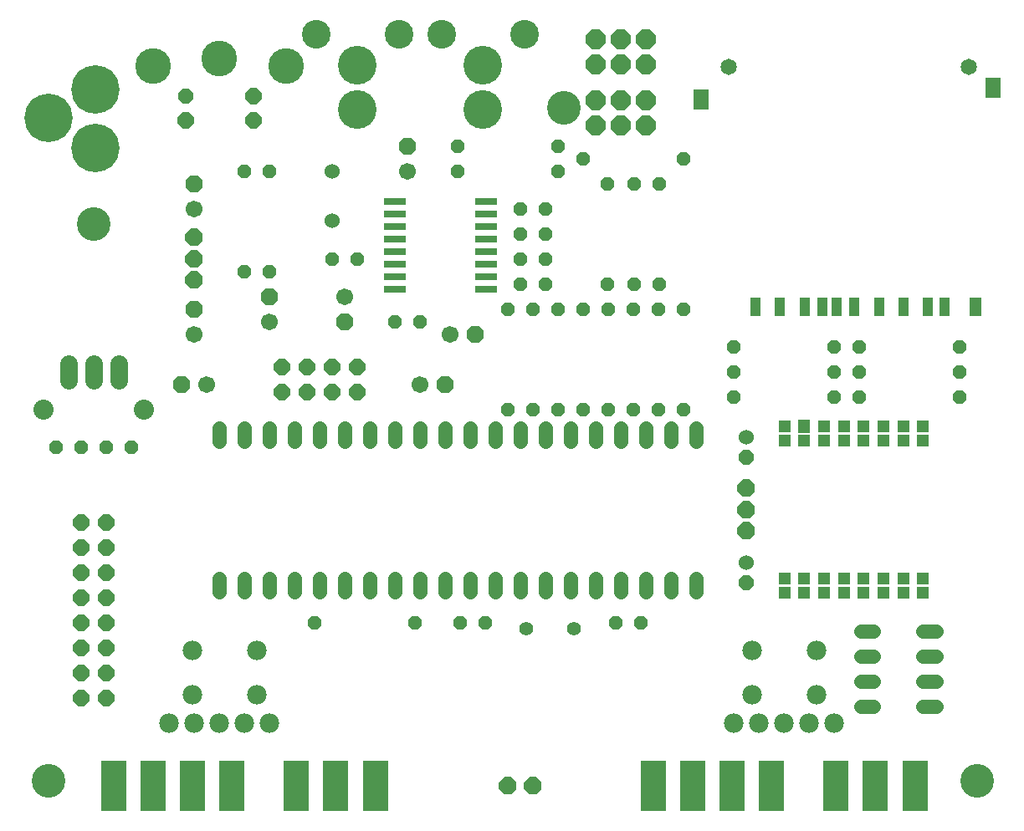
<source format=gts>
G04 EAGLE Gerber RS-274X export*
G75*
%MOMM*%
%FSLAX34Y34*%
%LPD*%
%INSoldermask Top*%
%IPPOS*%
%AMOC8*
5,1,8,0,0,1.08239X$1,22.5*%
G01*
%ADD10R,2.301600X0.701600*%
%ADD11P,1.539592X8X112.500000*%
%ADD12P,1.539592X8X292.500000*%
%ADD13C,1.422400*%
%ADD14P,1.842011X8X292.500000*%
%ADD15C,1.701800*%
%ADD16P,1.539592X8X202.500000*%
%ADD17P,1.539592X8X22.500000*%
%ADD18P,1.842011X8X22.500000*%
%ADD19C,1.524000*%
%ADD20C,4.901600*%
%ADD21C,2.032000*%
%ADD22C,1.422400*%
%ADD23R,2.641600X5.181600*%
%ADD24C,3.911600*%
%ADD25C,2.901600*%
%ADD26P,2.144431X8X22.500000*%
%ADD27C,1.981200*%
%ADD28P,1.924489X8X202.500000*%
%ADD29P,1.633976X8X22.500000*%
%ADD30P,1.742215X8X22.500000*%
%ADD31C,3.601600*%
%ADD32P,1.842011X8X112.500000*%
%ADD33P,1.924489X8X112.500000*%
%ADD34C,1.778000*%
%ADD35C,3.403600*%
%ADD36P,1.842011X8X202.500000*%
%ADD37P,1.759533X8X22.500000*%
%ADD38P,1.759533X8X292.500000*%
%ADD39R,1.001600X1.901600*%
%ADD40R,1.501600X2.101600*%
%ADD41R,1.201600X1.901600*%
%ADD42C,1.651600*%
%ADD43R,1.301600X1.301600*%
%ADD44R,1.301600X1.321600*%
%ADD45R,1.209600X1.209600*%
%ADD46P,1.649562X8X292.500000*%


D10*
X472720Y541020D03*
X380720Y566420D03*
X472720Y528320D03*
X472720Y553720D03*
X472720Y566420D03*
X380720Y553720D03*
X380720Y579120D03*
X380720Y591820D03*
X472720Y591820D03*
X380720Y617220D03*
X472720Y579120D03*
X472720Y604520D03*
X380720Y604520D03*
X472720Y617220D03*
X380720Y541020D03*
X380720Y528320D03*
D11*
X622300Y406400D03*
X622300Y508000D03*
X647700Y406400D03*
X647700Y508000D03*
X673100Y406400D03*
X673100Y508000D03*
X546100Y406400D03*
X546100Y508000D03*
X571500Y406400D03*
X571500Y508000D03*
X596900Y406400D03*
X596900Y508000D03*
X495300Y406400D03*
X495300Y508000D03*
X520700Y406400D03*
X520700Y508000D03*
X596100Y533400D03*
X596100Y635000D03*
D12*
X623100Y635000D03*
X623100Y533400D03*
X648500Y635000D03*
X648500Y533400D03*
D13*
X203200Y235204D02*
X203200Y221996D01*
X228600Y221996D02*
X228600Y235204D01*
X254000Y235204D02*
X254000Y221996D01*
X279400Y221996D02*
X279400Y235204D01*
X304800Y235204D02*
X304800Y221996D01*
X330200Y221996D02*
X330200Y235204D01*
X355600Y235204D02*
X355600Y221996D01*
X381000Y221996D02*
X381000Y235204D01*
X406400Y235204D02*
X406400Y221996D01*
X431800Y221996D02*
X431800Y235204D01*
X457200Y235204D02*
X457200Y221996D01*
X482600Y221996D02*
X482600Y235204D01*
X508000Y235204D02*
X508000Y221996D01*
X533400Y221996D02*
X533400Y235204D01*
X558800Y235204D02*
X558800Y221996D01*
X584200Y221996D02*
X584200Y235204D01*
X609600Y235204D02*
X609600Y221996D01*
X635000Y221996D02*
X635000Y235204D01*
X660400Y235204D02*
X660400Y221996D01*
X685800Y221996D02*
X685800Y235204D01*
X685800Y374396D02*
X685800Y387604D01*
X660400Y387604D02*
X660400Y374396D01*
X635000Y374396D02*
X635000Y387604D01*
X609600Y387604D02*
X609600Y374396D01*
X584200Y374396D02*
X584200Y387604D01*
X558800Y387604D02*
X558800Y374396D01*
X533400Y374396D02*
X533400Y387604D01*
X508000Y387604D02*
X508000Y374396D01*
X482600Y374396D02*
X482600Y387604D01*
X457200Y387604D02*
X457200Y374396D01*
X431800Y374396D02*
X431800Y387604D01*
X406400Y387604D02*
X406400Y374396D01*
X381000Y374396D02*
X381000Y387604D01*
X355600Y387604D02*
X355600Y374396D01*
X330200Y374396D02*
X330200Y387604D01*
X304800Y387604D02*
X304800Y374396D01*
X279400Y374396D02*
X279400Y387604D01*
X254000Y387604D02*
X254000Y374396D01*
X228600Y374396D02*
X228600Y387604D01*
X203200Y387604D02*
X203200Y374396D01*
D14*
X330200Y495300D03*
D15*
X330200Y520700D03*
D16*
X533400Y558800D03*
X508000Y558800D03*
X533400Y584200D03*
X508000Y584200D03*
X533400Y609600D03*
X508000Y609600D03*
D17*
X381000Y495300D03*
X406400Y495300D03*
D16*
X533400Y533400D03*
X508000Y533400D03*
D18*
X462280Y482600D03*
D15*
X436880Y482600D03*
D17*
X317500Y558800D03*
X342900Y558800D03*
D19*
X317500Y647300D03*
X317500Y597300D03*
D17*
X444500Y673100D03*
X546100Y673100D03*
D20*
X30200Y701480D03*
X77200Y671480D03*
X77200Y730480D03*
D21*
X127000Y406400D03*
X25400Y406400D03*
D22*
X562130Y184150D03*
X513870Y184150D03*
D16*
X471800Y190500D03*
X446400Y190500D03*
X629600Y190500D03*
X604200Y190500D03*
D18*
X431800Y431800D03*
D15*
X406400Y431800D03*
D23*
X642000Y25400D03*
X682000Y25400D03*
X722000Y25400D03*
X762000Y25400D03*
X827000Y25400D03*
X867000Y25400D03*
X907000Y25400D03*
X95900Y25400D03*
X135900Y25400D03*
X175900Y25400D03*
X215900Y25400D03*
X280900Y25400D03*
X320900Y25400D03*
X360900Y25400D03*
D17*
X571500Y660400D03*
X673100Y660400D03*
D24*
X469900Y710000D03*
X469900Y755000D03*
D25*
X428150Y786500D03*
X511650Y786500D03*
D26*
X584200Y755650D03*
X584200Y781050D03*
X609600Y755650D03*
X609600Y781050D03*
X635000Y755650D03*
X635000Y781050D03*
D17*
X723900Y469900D03*
X825500Y469900D03*
X723900Y444500D03*
X825500Y444500D03*
D16*
X825500Y419100D03*
X723900Y419100D03*
D17*
X850900Y469900D03*
X952500Y469900D03*
D16*
X952500Y419100D03*
X850900Y419100D03*
D17*
X850900Y444500D03*
X952500Y444500D03*
D24*
X342900Y710000D03*
X342900Y755000D03*
D25*
X301150Y786500D03*
X384650Y786500D03*
D27*
X176088Y162306D03*
X241112Y162306D03*
X176088Y117094D03*
X241112Y117094D03*
D28*
X520700Y25400D03*
X495300Y25400D03*
D17*
X299400Y190500D03*
X401000Y190500D03*
D29*
X169200Y723840D03*
D30*
X237200Y723840D03*
X169200Y698840D03*
X237200Y698840D03*
D31*
X203200Y761840D03*
X135700Y753840D03*
X270700Y753840D03*
D12*
X254000Y647700D03*
X254000Y546100D03*
X228600Y647700D03*
X228600Y546100D03*
D17*
X444500Y647700D03*
X546100Y647700D03*
X38100Y368300D03*
X63500Y368300D03*
D16*
X114300Y368300D03*
X88900Y368300D03*
D32*
X254000Y520700D03*
D15*
X254000Y495300D03*
D32*
X393700Y673100D03*
D15*
X393700Y647700D03*
D32*
X177800Y508000D03*
D15*
X177800Y482600D03*
D33*
X177800Y537210D03*
X177800Y558800D03*
X177800Y580390D03*
D34*
X50800Y452882D02*
X50800Y436118D01*
X76200Y436118D02*
X76200Y452882D01*
X101600Y452882D02*
X101600Y436118D01*
D35*
X76200Y594360D03*
D27*
X742188Y162306D03*
X807212Y162306D03*
X742188Y117094D03*
X807212Y117094D03*
D35*
X30000Y30000D03*
X970000Y30000D03*
X551360Y711540D03*
D32*
X177800Y635000D03*
D15*
X177800Y609600D03*
D36*
X165100Y431800D03*
D15*
X190500Y431800D03*
D27*
X152400Y88900D03*
X177800Y88900D03*
X203200Y88900D03*
X228600Y88900D03*
X254000Y88900D03*
X723900Y88900D03*
X749300Y88900D03*
X774700Y88900D03*
X800100Y88900D03*
X825500Y88900D03*
D37*
X266700Y424180D03*
X266700Y449580D03*
X292100Y424180D03*
X292100Y449580D03*
X317500Y424180D03*
X317500Y449580D03*
X342900Y424180D03*
X342900Y449580D03*
D38*
X63500Y292100D03*
X88900Y292100D03*
X63500Y266700D03*
X88900Y266700D03*
X63500Y241300D03*
X88900Y241300D03*
X63500Y215900D03*
X88900Y215900D03*
X63500Y190500D03*
X88900Y190500D03*
X63500Y165100D03*
X88900Y165100D03*
X63500Y139700D03*
X88900Y139700D03*
X63500Y114300D03*
X88900Y114300D03*
D39*
X770500Y510700D03*
X795500Y510700D03*
X813000Y510700D03*
X828000Y510700D03*
X845500Y510700D03*
X870500Y510700D03*
X895500Y510700D03*
X919700Y510700D03*
X936700Y510700D03*
D40*
X690700Y720700D03*
X985700Y732200D03*
D41*
X968200Y510700D03*
D39*
X745500Y510700D03*
D42*
X718800Y753700D03*
X961400Y753700D03*
D43*
X915000Y389000D03*
X895000Y389000D03*
X875000Y389000D03*
X855000Y389000D03*
X835000Y389000D03*
X815000Y389000D03*
D44*
X795000Y389000D03*
D43*
X775000Y389000D03*
X775000Y221000D03*
X795000Y221000D03*
X815000Y221000D03*
X835000Y221000D03*
X855000Y221000D03*
X875000Y221000D03*
X895000Y221000D03*
X915000Y221000D03*
D45*
X915000Y375000D03*
X895000Y375000D03*
X875000Y375000D03*
X855000Y375000D03*
X835000Y375000D03*
X815000Y375000D03*
X795000Y375000D03*
X775000Y375000D03*
X775000Y235000D03*
X795000Y235000D03*
X815000Y235000D03*
X835000Y235000D03*
X855000Y235000D03*
X875000Y235000D03*
X895000Y235000D03*
X915000Y235000D03*
D13*
X865108Y181750D02*
X851900Y181750D01*
X851900Y156350D02*
X865108Y156350D01*
X865108Y130950D02*
X851900Y130950D01*
X851900Y105550D02*
X865108Y105550D01*
X914892Y105550D02*
X928100Y105550D01*
X928100Y130950D02*
X914892Y130950D01*
X914892Y156350D02*
X928100Y156350D01*
X928100Y181750D02*
X914892Y181750D01*
D33*
X736600Y283210D03*
X736600Y304800D03*
X736600Y326390D03*
D46*
X736600Y231140D03*
D19*
X736600Y251460D03*
D46*
X736600Y358140D03*
D19*
X736600Y378460D03*
D26*
X584200Y694000D03*
X584200Y719400D03*
X609600Y694000D03*
X609600Y719400D03*
X635000Y694000D03*
X635000Y719400D03*
M02*

</source>
